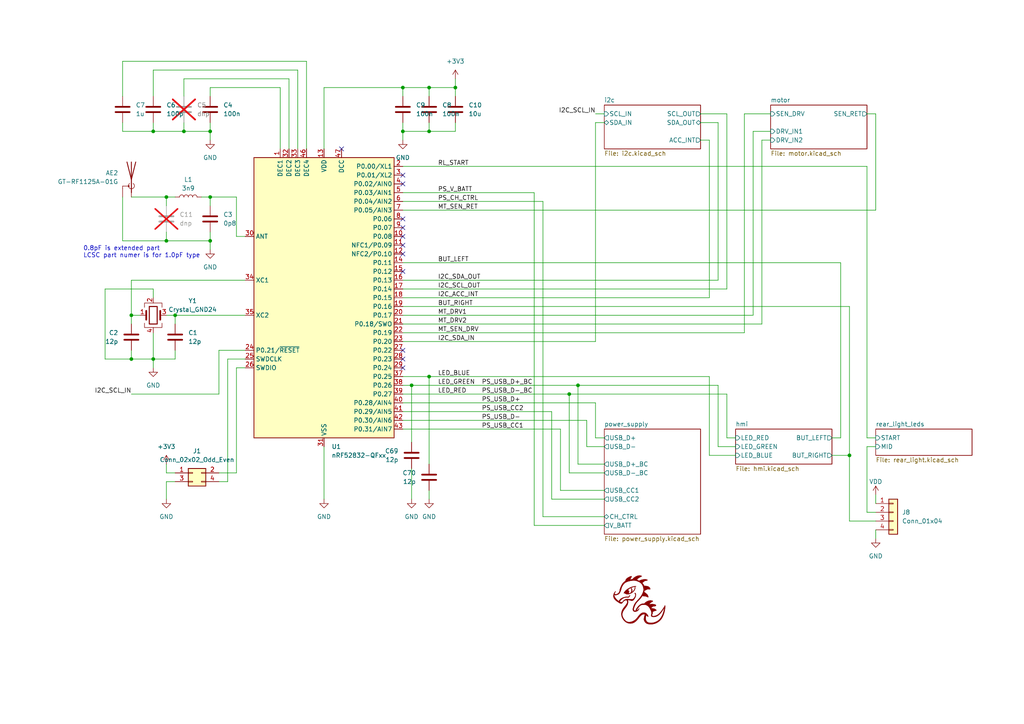
<source format=kicad_sch>
(kicad_sch (version 20230121) (generator eeschema)
  (paper "A4")
  (title_block (title "Drake") (date "2024-07-31") (rev "1.0"))
  (lib_symbols
    (symbol "drake_10b:+3V3" (power) (pin_names (offset 0))
      (property "Value" "+3V3" (at 0 3.556 0))
      (symbol "+3V3_1_1"
        (pin power_in line (at 0 0 90) (length 0) hide (name "+3V3") (number "1"))
      )
    )
    (symbol "drake_10b:Antenna_Shield" (pin_numbers hide) (pin_names (offset 1.016) hide)
      (property "Reference" "AE" (at -1.905 4.445 0))
      (property "Value" "Antenna_Shield" (at -1.905 2.54 0))
      (symbol "Antenna_Shield_1_1"
        (pin input line (at 0 -5.08 90) (length 2.54) (name "A") (number "1"))
        (pin input line (at 2.54 -5.08 90) (length 2.54) (name "Shield") (number "2"))
      )
    )
    (symbol "drake_10b:C" (pin_numbers hide) (pin_names (offset 0.254))
      (property "Reference" "C" (at 0.635 2.54 0))
      (property "Value" "C" (at 0.635 -2.54 0))
      (symbol "C_1_1"
        (pin passive line (at 0 3.81 270) (length 2.794) (name "~") (number "1"))
        (pin passive line (at 0 -3.81 90) (length 2.794) (name "~") (number "2"))
      )
    )
    (symbol "drake_10b:Conn_01x04" (pin_names (offset 1.016) hide)
      (property "Reference" "J" (at 0 5.08 0))
      (property "Value" "Conn_01x04" (at 0 -7.62 0))
      (symbol "Conn_01x04_1_1"
        (pin passive line (at -5.08 2.54 0) (length 3.81) (name "Pin_1") (number "1"))
        (pin passive line (at -5.08 0 0) (length 3.81) (name "Pin_2") (number "2"))
        (pin passive line (at -5.08 -2.54 0) (length 3.81) (name "Pin_3") (number "3"))
        (pin passive line (at -5.08 -5.08 0) (length 3.81) (name "Pin_4") (number "4"))
      )
    )
    (symbol "drake_10b:Conn_02x02_Odd_Even" (pin_names (offset 1.016) hide)
      (property "Reference" "J" (at 1.27 2.54 0))
      (property "Value" "Conn_02x02_Odd_Even" (at 1.27 -5.08 0))
      (symbol "Conn_02x02_Odd_Even_1_1"
        (pin passive line (at -5.08 0 0) (length 3.81) (name "Pin_1") (number "1"))
        (pin passive line (at 7.62 0 180) (length 3.81) (name "Pin_2") (number "2"))
        (pin passive line (at -5.08 -2.54 0) (length 3.81) (name "Pin_3") (number "3"))
        (pin passive line (at 7.62 -2.54 180) (length 3.81) (name "Pin_4") (number "4"))
      )
    )
    (symbol "drake_10b:Crystal_GND24" (pin_names (offset 1.016) hide)
      (property "Reference" "Y" (at 3.175 5.08 0))
      (property "Value" "Crystal_GND24" (at 3.175 3.175 0))
      (symbol "Crystal_GND24_1_1"
        (pin passive line (at -3.81 0 0) (length 1.27) (name "1") (number "1"))
        (pin passive line (at 0 5.08 270) (length 1.27) (name "2") (number "2"))
        (pin passive line (at 3.81 0 180) (length 1.27) (name "3") (number "3"))
        (pin passive line (at 0 -5.08 90) (length 1.27) (name "4") (number "4"))
      )
    )
    (symbol "drake_10b:GND" (power) (pin_names (offset 0))
      (property "Value" "GND" (at 0 -3.81 0))
      (symbol "GND_1_1"
        (pin power_in line (at 0 0 270) (length 0) hide (name "GND") (number "1"))
      )
    )
    (symbol "drake_10b:L" (pin_numbers hide) (pin_names (offset 1.016) hide)
      (property "Reference" "L" (at -1.27 0 90))
      (property "Value" "L" (at 1.905 0 90))
      (symbol "L_1_1"
        (pin passive line (at 0 3.81 270) (length 1.27) (name "1") (number "1"))
        (pin passive line (at 0 -3.81 90) (length 1.27) (name "2") (number "2"))
      )
    )
    (symbol "drake_10b:LOGO" (pin_names (offset 1.016)))
    (symbol "drake_10b:VDD" (power) (pin_names (offset 0))
      (property "Value" "VDD" (at 0 3.81 0))
      (symbol "VDD_1_1"
        (pin power_in line (at 0 0 90) (length 0) hide (name "VDD") (number "1"))
      )
    )
    (symbol "drake_10b:nRF52832-QFxx"
      (property "Reference" "U" (at 0 1.27 0))
      (property "Value" "nRF52832-QFxx" (at 0 -1.27 0))
      (symbol "nRF52832-QFxx_1_1"
        (pin passive line (at -12.7 43.18 270) (length 2.54) (name "DEC1") (number "1"))
        (pin bidirectional line (at 22.86 17.78 180) (length 2.54) (name "P0.08") (number "10"))
        (pin bidirectional line (at 22.86 15.24 180) (length 2.54) (name "NFC1/P0.09") (number "11"))
        (pin bidirectional line (at 22.86 12.7 180) (length 2.54) (name "NFC2/P0.10") (number "12"))
        (pin power_in line (at 0 43.18 270) (length 2.54) (name "VDD") (number "13"))
        (pin bidirectional line (at 22.86 10.16 180) (length 2.54) (name "P0.11") (number "14"))
        (pin bidirectional line (at 22.86 7.62 180) (length 2.54) (name "P0.12") (number "15"))
        (pin bidirectional line (at 22.86 5.08 180) (length 2.54) (name "P0.13") (number "16"))
        (pin bidirectional line (at 22.86 2.54 180) (length 2.54) (name "P0.14") (number "17"))
        (pin bidirectional line (at 22.86 0 180) (length 2.54) (name "P0.15") (number "18"))
        (pin bidirectional line (at 22.86 -2.54 180) (length 2.54) (name "P0.16") (number "19"))
        (pin bidirectional line (at 22.86 38.1 180) (length 2.54) (name "P0.00/XL1") (number "2"))
        (pin bidirectional line (at 22.86 -5.08 180) (length 2.54) (name "P0.17") (number "20"))
        (pin bidirectional line (at 22.86 -7.62 180) (length 2.54) (name "P0.18/SWO") (number "21"))
        (pin bidirectional line (at 22.86 -10.16 180) (length 2.54) (name "P0.19") (number "22"))
        (pin bidirectional line (at 22.86 -12.7 180) (length 2.54) (name "P0.20") (number "23"))
        (pin bidirectional line (at -22.86 -15.24 0) (length 2.54) (name "P0.21/~{RESET}") (number "24"))
        (pin input line (at -22.86 -17.78 0) (length 2.54) (name "SWDCLK") (number "25"))
        (pin bidirectional line (at -22.86 -20.32 0) (length 2.54) (name "SWDIO") (number "26"))
        (pin bidirectional line (at 22.86 -15.24 180) (length 2.54) (name "P0.22") (number "27"))
        (pin bidirectional line (at 22.86 -17.78 180) (length 2.54) (name "P0.23") (number "28"))
        (pin bidirectional line (at 22.86 -20.32 180) (length 2.54) (name "P0.24") (number "29"))
        (pin bidirectional line (at 22.86 35.56 180) (length 2.54) (name "P0.01/XL2") (number "3"))
        (pin passive line (at -22.86 17.78 0) (length 2.54) (name "ANT") (number "30"))
        (pin power_in line (at 0 -43.18 90) (length 2.54) (name "VSS") (number "31"))
        (pin passive line (at -10.16 43.18 270) (length 2.54) (name "DEC2") (number "32"))
        (pin passive line (at -7.62 43.18 270) (length 2.54) (name "DEC3") (number "33"))
        (pin input line (at -22.86 5.08 0) (length 2.54) (name "XC1") (number "34"))
        (pin input line (at -22.86 -5.08 0) (length 2.54) (name "XC2") (number "35"))
        (pin passive line (at 0 43.18 270) (length 2.54) hide (name "VDD") (number "36"))
        (pin bidirectional line (at 22.86 -22.86 180) (length 2.54) (name "P0.25") (number "37"))
        (pin bidirectional line (at 22.86 -25.4 180) (length 2.54) (name "P0.26") (number "38"))
        (pin bidirectional line (at 22.86 -27.94 180) (length 2.54) (name "P0.27") (number "39"))
        (pin bidirectional line (at 22.86 33.02 180) (length 2.54) (name "P0.02/AIN0") (number "4"))
        (pin bidirectional line (at 22.86 -30.48 180) (length 2.54) (name "P0.28/AIN4") (number "40"))
        (pin bidirectional line (at 22.86 -33.02 180) (length 2.54) (name "P0.29/AIN5") (number "41"))
        (pin bidirectional line (at 22.86 -35.56 180) (length 2.54) (name "P0.30/AIN6") (number "42"))
        (pin bidirectional line (at 22.86 -38.1 180) (length 2.54) (name "P0.31/AIN7") (number "43"))
        (pin no_connect line (at -20.32 -30.48 0) (length 2.54) hide (name "NC") (number "44"))
        (pin passive line (at 0 -43.18 90) (length 2.54) hide (name "VSS") (number "45"))
        (pin passive line (at -5.08 43.18 270) (length 2.54) (name "DEC4") (number "46"))
        (pin power_out line (at 5.08 43.18 270) (length 2.54) (name "DCC") (number "47"))
        (pin passive line (at 0 43.18 270) (length 2.54) hide (name "VDD") (number "48"))
        (pin passive line (at 0 -43.18 90) (length 2.54) hide (name "VSS") (number "49"))
        (pin bidirectional line (at 22.86 30.48 180) (length 2.54) (name "P0.03/AIN1") (number "5"))
        (pin bidirectional line (at 22.86 27.94 180) (length 2.54) (name "P0.04/AIN2") (number "6"))
        (pin bidirectional line (at 22.86 25.4 180) (length 2.54) (name "P0.05/AIN3") (number "7"))
        (pin bidirectional line (at 22.86 22.86 180) (length 2.54) (name "P0.06") (number "8"))
        (pin bidirectional line (at 22.86 20.32 180) (length 2.54) (name "P0.07") (number "9"))
      )
    )
  )
  (junction (at 53.34 38.1))
  (junction (at 132.08 25.4))
  (junction (at 167.64 111.76))
  (junction (at 38.1 104.14))
  (junction (at 44.45 104.14))
  (junction (at 246.38 132.08))
  (junction (at 50.8 91.44))
  (junction (at 48.26 69.85))
  (junction (at 60.96 38.1))
  (junction (at 60.96 57.15))
  (junction (at 165.1 114.3))
  (junction (at 116.84 38.1))
  (junction (at 48.26 57.15))
  (junction (at 38.1 91.44))
  (junction (at 116.84 25.4))
  (junction (at 60.96 69.85))
  (junction (at 119.38 111.76))
  (junction (at 124.46 25.4))
  (junction (at 124.46 38.1))
  (junction (at 44.45 38.1))
  (junction (at 124.46 109.22))
  (no_connect (at 116.84 101.6))
  (no_connect (at 116.84 63.5))
  (no_connect (at 116.84 104.14))
  (no_connect (at 116.84 68.58))
  (no_connect (at 116.84 78.74))
  (no_connect (at 116.84 50.8))
  (no_connect (at 116.84 73.66))
  (no_connect (at 99.06 43.18))
  (no_connect (at 116.84 66.04))
  (no_connect (at 116.84 71.12))
  (no_connect (at 116.84 106.68))
  (no_connect (at 116.84 53.34))
  (wire (pts (xy 172.72 35.56) (xy 172.72 99.06)))
  (wire (pts (xy 44.45 104.14) (xy 44.45 106.68)))
  (wire (pts (xy 81.28 43.18) (xy 81.28 25.4)))
  (wire (pts (xy 50.8 91.44) (xy 50.8 93.98)))
  (wire (pts (xy 254 143.51) (xy 254 146.05)))
  (wire (pts (xy 213.36 132.08) (xy 205.74 132.08)))
  (wire (pts (xy 251.46 127) (xy 251.46 48.26)))
  (wire (pts (xy 213.36 127) (xy 210.82 127)))
  (wire (pts (xy 68.58 68.58) (xy 71.12 68.58)))
  (wire (pts (xy 116.84 48.26) (xy 251.46 48.26)))
  (wire (pts (xy 38.1 104.14) (xy 44.45 104.14)))
  (wire (pts (xy 175.26 149.86) (xy 157.48 149.86)))
  (wire (pts (xy 83.82 22.86) (xy 53.34 22.86)))
  (wire (pts (xy 60.96 38.1) (xy 60.96 40.64)))
  (wire (pts (xy 223.52 38.1) (xy 218.44 38.1)))
  (wire (pts (xy 124.46 109.22) (xy 116.84 109.22)))
  (wire (pts (xy 60.96 35.56) (xy 60.96 38.1)))
  (wire (pts (xy 124.46 25.4) (xy 132.08 25.4)))
  (wire (pts (xy 215.9 33.02) (xy 215.9 96.52)))
  (wire (pts (xy 175.26 35.56) (xy 172.72 35.56)))
  (wire (pts (xy 116.84 96.52) (xy 215.9 96.52)))
  (wire (pts (xy 44.45 38.1) (xy 44.45 35.56)))
  (wire (pts (xy 246.38 132.08) (xy 246.38 88.9)))
  (wire (pts (xy 203.2 35.56) (xy 208.28 35.56)))
  (wire (pts (xy 116.84 25.4) (xy 116.84 27.94)))
  (wire (pts (xy 208.28 129.54) (xy 208.28 111.76)))
  (wire (pts (xy 38.1 81.28) (xy 71.12 81.28)))
  (wire (pts (xy 35.56 38.1) (xy 35.56 35.56)))
  (wire (pts (xy 38.1 101.6) (xy 38.1 104.14)))
  (wire (pts (xy 210.82 127) (xy 210.82 114.3)))
  (wire (pts (xy 165.1 137.16) (xy 165.1 114.3)))
  (wire (pts (xy 210.82 114.3) (xy 165.1 114.3)))
  (wire (pts (xy 35.56 17.78) (xy 35.56 27.94)))
  (wire (pts (xy 93.98 129.54) (xy 93.98 144.78)))
  (wire (pts (xy 162.56 142.24) (xy 162.56 124.46)))
  (wire (pts (xy 44.45 83.82) (xy 30.48 83.82)))
  (wire (pts (xy 119.38 111.76) (xy 116.84 111.76)))
  (wire (pts (xy 116.84 116.84) (xy 172.72 116.84)))
  (wire (pts (xy 50.8 104.14) (xy 50.8 101.6)))
  (wire (pts (xy 124.46 109.22) (xy 124.46 134.62)))
  (wire (pts (xy 68.58 106.68) (xy 68.58 137.16)))
  (wire (pts (xy 35.56 57.15) (xy 35.56 69.85)))
  (wire (pts (xy 35.56 69.85) (xy 48.26 69.85)))
  (wire (pts (xy 175.26 127) (xy 172.72 127)))
  (wire (pts (xy 60.96 38.1) (xy 53.34 38.1)))
  (wire (pts (xy 124.46 35.56) (xy 124.46 38.1)))
  (wire (pts (xy 203.2 33.02) (xy 210.82 33.02)))
  (wire (pts (xy 124.46 142.24) (xy 124.46 144.78)))
  (wire (pts (xy 63.5 114.3) (xy 63.5 101.6)))
  (wire (pts (xy 44.45 20.32) (xy 44.45 27.94)))
  (wire (pts (xy 208.28 111.76) (xy 167.64 111.76)))
  (wire (pts (xy 246.38 151.13) (xy 246.38 132.08)))
  (wire (pts (xy 44.45 96.52) (xy 44.45 104.14)))
  (wire (pts (xy 116.84 55.88) (xy 154.94 55.88)))
  (wire (pts (xy 119.38 111.76) (xy 167.64 111.76)))
  (wire (pts (xy 66.04 104.14) (xy 66.04 139.7)))
  (wire (pts (xy 68.58 137.16) (xy 63.5 137.16)))
  (wire (pts (xy 241.3 127) (xy 243.84 127)))
  (wire (pts (xy 48.26 67.31) (xy 48.26 69.85)))
  (wire (pts (xy 38.1 91.44) (xy 38.1 81.28)))
  (wire (pts (xy 175.26 129.54) (xy 170.18 129.54)))
  (wire (pts (xy 60.96 25.4) (xy 60.96 27.94)))
  (wire (pts (xy 53.34 38.1) (xy 44.45 38.1)))
  (wire (pts (xy 124.46 38.1) (xy 116.84 38.1)))
  (wire (pts (xy 124.46 109.22) (xy 205.74 109.22)))
  (wire (pts (xy 243.84 127) (xy 243.84 76.2)))
  (wire (pts (xy 93.98 43.18) (xy 93.98 25.4)))
  (wire (pts (xy 119.38 135.89) (xy 119.38 144.78)))
  (wire (pts (xy 116.84 83.82) (xy 210.82 83.82)))
  (wire (pts (xy 48.26 139.7) (xy 48.26 144.78)))
  (wire (pts (xy 63.5 101.6) (xy 71.12 101.6)))
  (wire (pts (xy 205.74 132.08) (xy 205.74 109.22)))
  (wire (pts (xy 50.8 139.7) (xy 48.26 139.7)))
  (wire (pts (xy 53.34 38.1) (xy 53.34 35.56)))
  (wire (pts (xy 254 33.02) (xy 254 60.96)))
  (wire (pts (xy 60.96 69.85) (xy 60.96 72.39)))
  (wire (pts (xy 175.26 142.24) (xy 162.56 142.24)))
  (wire (pts (xy 38.1 93.98) (xy 38.1 91.44)))
  (wire (pts (xy 116.84 35.56) (xy 116.84 38.1)))
  (wire (pts (xy 60.96 57.15) (xy 68.58 57.15)))
  (wire (pts (xy 44.45 104.14) (xy 50.8 104.14)))
  (wire (pts (xy 223.52 40.64) (xy 220.98 40.64)))
  (wire (pts (xy 172.72 33.02) (xy 175.26 33.02)))
  (wire (pts (xy 116.84 60.96) (xy 254 60.96)))
  (wire (pts (xy 132.08 38.1) (xy 132.08 35.56)))
  (wire (pts (xy 170.18 129.54) (xy 170.18 121.92)))
  (wire (pts (xy 208.28 35.56) (xy 208.28 81.28)))
  (wire (pts (xy 116.84 124.46) (xy 162.56 124.46)))
  (wire (pts (xy 38.1 114.3) (xy 63.5 114.3)))
  (wire (pts (xy 48.26 134.62) (xy 48.26 137.16)))
  (wire (pts (xy 154.94 152.4) (xy 154.94 55.88)))
  (wire (pts (xy 38.1 57.15) (xy 48.26 57.15)))
  (wire (pts (xy 48.26 57.15) (xy 48.26 59.69)))
  (wire (pts (xy 116.84 93.98) (xy 220.98 93.98)))
  (wire (pts (xy 50.8 137.16) (xy 48.26 137.16)))
  (wire (pts (xy 172.72 127) (xy 172.72 116.84)))
  (wire (pts (xy 210.82 33.02) (xy 210.82 83.82)))
  (wire (pts (xy 160.02 144.78) (xy 160.02 119.38)))
  (wire (pts (xy 220.98 40.64) (xy 220.98 93.98)))
  (wire (pts (xy 254 129.54) (xy 251.46 129.54)))
  (wire (pts (xy 175.26 144.78) (xy 160.02 144.78)))
  (wire (pts (xy 246.38 151.13) (xy 254 151.13)))
  (wire (pts (xy 88.9 43.18) (xy 88.9 17.78)))
  (wire (pts (xy 116.84 25.4) (xy 124.46 25.4)))
  (wire (pts (xy 60.96 67.31) (xy 60.96 69.85)))
  (wire (pts (xy 157.48 149.86) (xy 157.48 58.42)))
  (wire (pts (xy 116.84 99.06) (xy 172.72 99.06)))
  (wire (pts (xy 38.1 91.44) (xy 40.64 91.44)))
  (wire (pts (xy 66.04 139.7) (xy 63.5 139.7)))
  (wire (pts (xy 251.46 148.59) (xy 254 148.59)))
  (wire (pts (xy 71.12 104.14) (xy 66.04 104.14)))
  (wire (pts (xy 251.46 129.54) (xy 251.46 148.59)))
  (wire (pts (xy 116.84 114.3) (xy 165.1 114.3)))
  (wire (pts (xy 251.46 33.02) (xy 254 33.02)))
  (wire (pts (xy 254 153.67) (xy 254 156.21)))
  (wire (pts (xy 116.84 91.44) (xy 218.44 91.44)))
  (wire (pts (xy 116.84 88.9) (xy 246.38 88.9)))
  (wire (pts (xy 116.84 38.1) (xy 116.84 40.64)))
  (wire (pts (xy 175.26 134.62) (xy 167.64 134.62)))
  (wire (pts (xy 175.26 152.4) (xy 154.94 152.4)))
  (wire (pts (xy 53.34 22.86) (xy 53.34 27.94)))
  (wire (pts (xy 83.82 43.18) (xy 83.82 22.86)))
  (wire (pts (xy 116.84 76.2) (xy 243.84 76.2)))
  (wire (pts (xy 119.38 111.76) (xy 119.38 128.27)))
  (wire (pts (xy 132.08 25.4) (xy 132.08 27.94)))
  (wire (pts (xy 81.28 25.4) (xy 60.96 25.4)))
  (wire (pts (xy 241.3 132.08) (xy 246.38 132.08)))
  (wire (pts (xy 203.2 40.64) (xy 205.74 40.64)))
  (wire (pts (xy 30.48 104.14) (xy 38.1 104.14)))
  (wire (pts (xy 254 127) (xy 251.46 127)))
  (wire (pts (xy 132.08 22.86) (xy 132.08 25.4)))
  (wire (pts (xy 124.46 38.1) (xy 132.08 38.1)))
  (wire (pts (xy 50.8 91.44) (xy 71.12 91.44)))
  (wire (pts (xy 71.12 106.68) (xy 68.58 106.68)))
  (wire (pts (xy 44.45 38.1) (xy 35.56 38.1)))
  (wire (pts (xy 86.36 20.32) (xy 44.45 20.32)))
  (wire (pts (xy 116.84 86.36) (xy 205.74 86.36)))
  (wire (pts (xy 116.84 81.28) (xy 208.28 81.28)))
  (wire (pts (xy 58.42 57.15) (xy 60.96 57.15)))
  (wire (pts (xy 48.26 57.15) (xy 50.8 57.15)))
  (wire (pts (xy 30.48 83.82) (xy 30.48 104.14)))
  (wire (pts (xy 88.9 17.78) (xy 35.56 17.78)))
  (wire (pts (xy 60.96 69.85) (xy 48.26 69.85)))
  (wire (pts (xy 116.84 119.38) (xy 160.02 119.38)))
  (wire (pts (xy 175.26 137.16) (xy 165.1 137.16)))
  (wire (pts (xy 213.36 129.54) (xy 208.28 129.54)))
  (wire (pts (xy 44.45 86.36) (xy 44.45 83.82)))
  (wire (pts (xy 205.74 40.64) (xy 205.74 86.36)))
  (wire (pts (xy 48.26 91.44) (xy 50.8 91.44)))
  (wire (pts (xy 218.44 38.1) (xy 218.44 91.44)))
  (wire (pts (xy 116.84 121.92) (xy 170.18 121.92)))
  (wire (pts (xy 124.46 25.4) (xy 124.46 27.94)))
  (wire (pts (xy 93.98 25.4) (xy 116.84 25.4)))
  (wire (pts (xy 68.58 57.15) (xy 68.58 68.58)))
  (wire (pts (xy 116.84 58.42) (xy 157.48 58.42)))
  (wire (pts (xy 167.64 134.62) (xy 167.64 111.76)))
  (wire (pts (xy 86.36 43.18) (xy 86.36 20.32)))
  (wire (pts (xy 60.96 57.15) (xy 60.96 59.69)))
  (wire (pts (xy 223.52 33.02) (xy 215.9 33.02)))
  (text "0.8pF is extended part\nLCSC part numer is for 1.0pF type" (at 24.13 74.93 0) (effects (font (size 1.27 1.27)) (justify left bottom)))
  (label "PS_USB_D+_BC" (at 139.7 111.76 0))
  (label "PS_USB_D-_BC" (at 139.7 114.3 0))
  (label "I2C_SDA_OUT" (at 127 81.28 0))
  (label "I2C_SCL_IN" (at 172.72 33.02 180))
  (label "PS_USB_CC2" (at 139.7 119.38 0))
  (label "LED_RED" (at 127 114.3 0))
  (label "I2C_SDA_IN" (at 127 99.06 0))
  (label "MT_DRV2" (at 127 93.98 0))
  (label "I2C_ACC_INT" (at 127 86.36 0))
  (label "LED_BLUE" (at 127 109.22 0))
  (label "PS_CH_CTRL" (at 127 58.42 0))
  (label "RL_START" (at 127 48.26 0))
  (label "PS_USB_CC1" (at 139.7 124.46 0))
  (label "PS_USB_D-" (at 139.7 121.92 0))
  (label "BUT_RIGHT" (at 127 88.9 0))
  (label "PS_USB_D+" (at 139.7 116.84 0))
  (label "MT_SEN_DRV" (at 127 96.52 0))
  (label "PS_V_BATT" (at 127 55.88 0))
  (label "I2C_SCL_OUT" (at 127 83.82 0))
  (label "MT_SEN_RET" (at 127 60.96 0))
  (label "BUT_LEFT" (at 127 76.2 0))
  (label "LED_GREEN" (at 127 111.76 0))
  (label "I2C_SCL_IN" (at 38.1 114.3 180))
  (label "MT_DRV1" (at 127 91.44 0))
  (symbol (lib_id "drake_10b:Crystal_GND24") (at 44.45 91.44 0) (unit 1)
    (property "Reference" "Y1" (at 55.88 87.2491 0))
    (property "Value" "Crystal_GND24" (at 55.88 89.7891 0))
    (property "Footprint" "Library:Crystal_SMD_2016-4Pin_2.0x1.6mm" (effects hide))
    (property "JLC" "SMD2016-4P" (effects hide))
    (property "LCSC" "C2965584" (effects hide))
  )
  (symbol (lib_id "drake_10b:nRF52832-QFxx") (at 93.98 86.36 0) (unit 1)
    (property "Reference" "U1" (at 96.1741 129.54 0) (effects (justify left)))
    (property "Value" "nRF52832-QFxx" (at 96.1741 132.08 0) (effects (justify left)))
    (property "Footprint" "Library:QFN-48-1EP_6x6mm_P0.4mm_EP4.6x4.6mm" (effects hide))
    (property "Datasheet" "http://infocenter.nordicsemi.com/pdf/nRF52832_PS_v1.4.pdf" (effects hide))
    (property "JLC" "QFN-48-EP(6x6)" (effects hide))
    (property "LCSC" "C77540" (effects hide))
  )
  (symbol (lib_id "drake_10b:C") (at 35.56 31.75 0) (unit 1)
    (property "Reference" "C7" (at 39.37 30.48 0) (effects (justify left)))
    (property "Value" "1u" (at 39.37 33.02 0) (effects (justify left)))
    (property "Footprint" "Library:C_0402_1005Metric" (effects hide))
    (property "JLC" "0402" (effects hide))
    (property "LCSC" "C52923" (effects hide))
  )
  (symbol (lib_id "drake_10b:+3V3") (at 132.08 22.86 0) (unit 1)
    (property "Reference" "#PWR08" (effects hide))
    (property "Value" "+3V3" (at 132.08 17.78 0))
  )
  (symbol (lib_id "drake_10b:GND") (at 44.45 106.68 0) (unit 1)
    (property "Reference" "#PWR01" (effects hide))
    (property "Value" "GND" (at 44.45 111.76 0))
  )
  (symbol (lib_id "drake_10b:Antenna_Shield") (at 38.1 52.07 0) (mirror y) (unit 1)
    (property "Reference" "AE2" (at 34.29 50.165 0) (effects (justify left)))
    (property "Value" "GT-RF1125A-01G" (at 34.29 52.705 0) (effects (justify left)))
    (property "Footprint" "Library:U.FL_Hirose_U.FL-R-SMT-1_Vertical" (effects hide))
    (property "JLC" "SMD" (effects hide))
    (property "LCSC" "C5299419" (effects hide))
  )
  (symbol (lib_id "drake_10b:Conn_02x02_Odd_Even") (at 55.88 137.16 0) (unit 1)
    (property "Reference" "J1" (at 57.15 130.81 0))
    (property "Value" "Conn_02x02_Odd_Even" (at 57.15 133.35 0))
    (property "Footprint" "Library:PinHeader_2x02_P1.27mm_Vertical" (effects hide))
  )
  (symbol (lib_id "drake_10b:GND") (at 48.26 144.78 0) (unit 1)
    (property "Reference" "#PWR07" (effects hide))
    (property "Value" "GND" (at 48.26 149.86 0))
  )
  (symbol (lib_id "drake_10b:C") (at 44.45 31.75 0) (unit 1)
    (property "Reference" "C6" (at 48.26 30.48 0) (effects (justify left)))
    (property "Value" "100p" (at 48.26 33.02 0) (effects (justify left)))
    (property "Footprint" "Library:C_0402_1005Metric" (effects hide))
    (property "JLC" "0402" (effects hide))
    (property "LCSC" "C1546" (effects hide))
  )
  (symbol (lib_id "drake_10b:GND") (at 60.96 40.64 0) (unit 1)
    (property "Reference" "#PWR03" (effects hide))
    (property "Value" "GND" (at 60.96 45.72 0))
  )
  (symbol (lib_id "drake_10b:C") (at 53.34 31.75 0) (unit 1) (dnp yes)
    (property "Reference" "C5" (at 57.15 30.48 0) (effects (justify left)))
    (property "Value" "dnp" (at 57.15 33.02 0) (effects (justify left)))
    (property "Footprint" "Library:C_0402_1005Metric" (effects hide))
  )
  (symbol (lib_id "drake_10b:C") (at 38.1 97.79 0) (mirror y) (unit 1)
    (property "Reference" "C2" (at 34.29 96.52 0) (effects (justify left)))
    (property "Value" "12p" (at 34.29 99.06 0) (effects (justify left)))
    (property "Footprint" "Library:C_0402_1005Metric" (effects hide))
    (property "JLC" "0402" (effects hide))
    (property "LCSC" "C1547" (effects hide))
  )
  (symbol (lib_id "drake_10b:VDD") (at 254 143.51 0) (mirror y) (unit 1)
    (property "Reference" "#PWR029" (effects hide))
    (property "Value" "VDD" (at 254 139.7 0))
  )
  (symbol (lib_id "drake_10b:GND") (at 119.38 144.78 0) (unit 1)
    (property "Reference" "#PWR042" (effects hide))
    (property "Value" "GND" (at 119.38 149.86 0))
  )
  (symbol (lib_id "drake_10b:C") (at 60.96 31.75 0) (unit 1)
    (property "Reference" "C4" (at 64.77 30.48 0) (effects (justify left)))
    (property "Value" "100n" (at 64.77 33.02 0) (effects (justify left)))
    (property "Footprint" "Library:C_0402_1005Metric" (effects hide))
    (property "JLC" "0402" (effects hide))
    (property "LCSC" "C307331" (effects hide))
  )
  (symbol (lib_id "drake_10b:C") (at 48.26 63.5 0) (unit 1) (dnp yes)
    (property "Reference" "C11" (at 52.07 62.23 0) (effects (justify left)))
    (property "Value" "dnp" (at 52.07 64.77 0) (effects (justify left)))
    (property "Footprint" "Library:C_0402_1005Metric" (effects hide))
  )
  (symbol (lib_id "drake_10b:C") (at 124.46 138.43 0) (mirror y) (unit 1)
    (property "Reference" "C70" (at 120.65 137.16 0) (effects (justify left)))
    (property "Value" "12p" (at 120.65 139.7 0) (effects (justify left)))
    (property "Footprint" "Library:C_0402_1005Metric" (effects hide))
    (property "JLC" "0402" (effects hide))
    (property "LCSC" "C1547" (effects hide))
  )
  (symbol (lib_id "drake_10b:+3V3") (at 48.26 134.62 0) (unit 1)
    (property "Reference" "#PWR09" (effects hide))
    (property "Value" "+3V3" (at 48.26 129.54 0))
  )
  (symbol (lib_id "drake_10b:C") (at 132.08 31.75 0) (unit 1)
    (property "Reference" "C10" (at 135.89 30.48 0) (effects (justify left)))
    (property "Value" "10u" (at 135.89 33.02 0) (effects (justify left)))
    (property "Footprint" "Library:C_0603_1608Metric" (effects hide))
    (property "JLC" "0603" (effects hide))
    (property "LCSC" "C19702" (effects hide))
  )
  (symbol (lib_id "drake_10b:Conn_01x04") (at 259.08 148.59 0) (unit 1)
    (property "Reference" "J8" (at 261.62 148.59 0) (effects (justify left)))
    (property "Value" "Conn_01x04" (at 261.62 151.13 0) (effects (justify left)))
    (property "Footprint" "Library:Jushuo_AFC01-S04FCC-00_1x04-1MP_P0.50_Horizontal" (effects hide))
    (property "JLC" "SMD,P=0.5mm" (effects hide))
    (property "LCSC" "C262260" (effects hide))
  )
  (symbol (lib_id "drake_10b:LOGO") (at 185.42 173.99 0) (unit 1)
    (property "Reference" "#G1" (effects hide))
    (property "Value" "LOGO" (effects hide))
    (property "Footprint" "Library:drake_logo" (effects hide))
  )
  (symbol (lib_id "drake_10b:GND") (at 60.96 72.39 0) (unit 1)
    (property "Reference" "#PWR02" (effects hide))
    (property "Value" "GND" (at 60.96 77.47 0))
  )
  (symbol (lib_id "drake_10b:GND") (at 116.84 40.64 0) (unit 1)
    (property "Reference" "#PWR04" (effects hide))
    (property "Value" "GND" (at 116.84 45.72 0))
  )
  (symbol (lib_id "drake_10b:GND") (at 254 156.21 0) (mirror y) (unit 1)
    (property "Reference" "#PWR025" (effects hide))
    (property "Value" "GND" (at 254 161.29 0))
  )
  (symbol (lib_id "drake_10b:C") (at 116.84 31.75 0) (unit 1)
    (property "Reference" "C9" (at 120.65 30.48 0) (effects (justify left)))
    (property "Value" "100n" (at 120.65 33.02 0) (effects (justify left)))
    (property "Footprint" "Library:C_0402_1005Metric" (effects hide))
    (property "JLC" "0402" (effects hide))
    (property "LCSC" "C307331" (effects hide))
  )
  (symbol (lib_id "drake_10b:C") (at 119.38 132.08 0) (mirror y) (unit 1)
    (property "Reference" "C69" (at 115.57 130.81 0) (effects (justify left)))
    (property "Value" "12p" (at 115.57 133.35 0) (effects (justify left)))
    (property "Footprint" "Library:C_0402_1005Metric" (effects hide))
    (property "JLC" "0402" (effects hide))
    (property "LCSC" "C1547" (effects hide))
  )
  (symbol (lib_id "drake_10b:C") (at 60.96 63.5 0) (unit 1)
    (property "Reference" "C3" (at 64.77 62.23 0) (effects (justify left)))
    (property "Value" "0p8" (at 64.77 64.77 0) (effects (justify left)))
    (property "Footprint" "Library:C_0402_1005Metric" (effects hide))
    (property "JLC" "0402" (effects hide))
    (property "LCSC" "C1550" (effects hide))
  )
  (symbol (lib_id "drake_10b:GND") (at 93.98 144.78 0) (unit 1)
    (property "Reference" "#PWR06" (effects hide))
    (property "Value" "GND" (at 93.98 149.86 0))
  )
  (symbol (lib_id "drake_10b:GND") (at 124.46 144.78 0) (unit 1)
    (property "Reference" "#PWR0131" (effects hide))
    (property "Value" "GND" (at 124.46 149.86 0))
  )
  (symbol (lib_id "drake_10b:C") (at 50.8 97.79 0) (unit 1)
    (property "Reference" "C1" (at 54.61 96.52 0) (effects (justify left)))
    (property "Value" "12p" (at 54.61 99.06 0) (effects (justify left)))
    (property "Footprint" "Library:C_0402_1005Metric" (effects hide))
    (property "JLC" "0402" (effects hide))
    (property "LCSC" "C1547" (effects hide))
  )
  (symbol (lib_id "drake_10b:L") (at 54.61 57.15 90) (unit 1)
    (property "Reference" "L1" (at 54.61 52.07 90))
    (property "Value" "3n9" (at 54.61 54.61 90))
    (property "Footprint" "Library:L_0402_1005Metric" (effects hide))
    (property "JLC" "0402" (effects hide))
    (property "LCSC" "C14033" (effects hide))
  )
  (symbol (lib_id "drake_10b:C") (at 124.46 31.75 0) (unit 1)
    (property "Reference" "C8" (at 128.27 30.48 0) (effects (justify left)))
    (property "Value" "100n" (at 128.27 33.02 0) (effects (justify left)))
    (property "Footprint" "Library:C_0402_1005Metric" (effects hide))
    (property "JLC" "0402" (effects hide))
    (property "LCSC" "C307331" (effects hide))
  )
  (sheet (at 175.26 124.46) (size 27.94 30.48) (stroke (width 0.1524))
    (property "Sheetname" "power_supply" (at 175.26 123.7484 0) (effects (justify left bottom)))
    (property "Sheetfile" "power_supply.kicad_sch" (at 175.26 155.5246 0) (effects (justify left top)))
    (pin "USB_D-_BC" output (at 175.26 137.16 180))
    (pin "USB_D-" output (at 175.26 129.54 180))
    (pin "USB_CC1" output (at 175.26 142.24 180))
    (pin "USB_D+_BC" output (at 175.26 134.62 180))
    (pin "USB_D+" output (at 175.26 127 180))
    (pin "USB_CC2" output (at 175.26 144.78 180))
    (pin "CH_CTRL" bidirectional (at 175.26 149.86 180))
    (pin "V_BATT" output (at 175.26 152.4 180))
  )
  (sheet (at 175.26 30.48) (size 27.94 12.7) (stroke (width 0.1524))
    (property "Sheetname" "i2c" (at 175.26 29.7684 0) (effects (justify left bottom)))
    (property "Sheetfile" "i2c.kicad_sch" (at 175.26 43.7646 0) (effects (justify left top)))
    (pin "ACC_INT" output (at 203.2 40.64 0))
    (pin "SCL_OUT" output (at 203.2 33.02 0))
    (pin "SDA_OUT" bidirectional (at 203.2 35.56 0))
    (pin "SCL_IN" input (at 175.26 33.02 180))
    (pin "SDA_IN" bidirectional (at 175.26 35.56 180))
  )
  (sheet (at 223.52 30.48) (size 27.94 12.7) (stroke (width 0.1524))
    (property "Sheetname" "motor" (at 223.52 29.7684 0) (effects (justify left bottom)))
    (property "Sheetfile" "motor.kicad_sch" (at 223.52 43.7646 0) (effects (justify left top)))
    (pin "SEN_RET" output (at 251.46 33.02 0))
    (pin "SEN_DRV" input (at 223.52 33.02 180))
    (pin "DRV_IN2" input (at 223.52 40.64 180))
    (pin "DRV_IN1" input (at 223.52 38.1 180))
  )
  (sheet (at 213.36 124.46) (size 27.94 10.16) (stroke (width 0.1524))
    (property "Sheetname" "hmi" (at 213.36 123.7484 0) (effects (justify left bottom)))
    (property "Sheetfile" "hmi.kicad_sch" (at 213.36 135.2046 0) (effects (justify left top)))
    (pin "LED_GREEN" input (at 213.36 129.54 180))
    (pin "LED_RED" input (at 213.36 127 180))
    (pin "LED_BLUE" input (at 213.36 132.08 180))
    (pin "BUT_RIGHT" output (at 241.3 132.08 0))
    (pin "BUT_LEFT" output (at 241.3 127 0))
  )
  (sheet (at 254 124.46) (size 27.94 7.62) (stroke (width 0.1524))
    (property "Sheetname" "rear_light_leds" (at 254 123.7484 0) (effects (justify left bottom)))
    (property "Sheetfile" "rear_light.kicad_sch" (at 254 132.6646 0) (effects (justify left top)))
    (pin "START" input (at 254 127 180))
    (pin "MID" input (at 254 129.54 180))
  )
)
</source>
